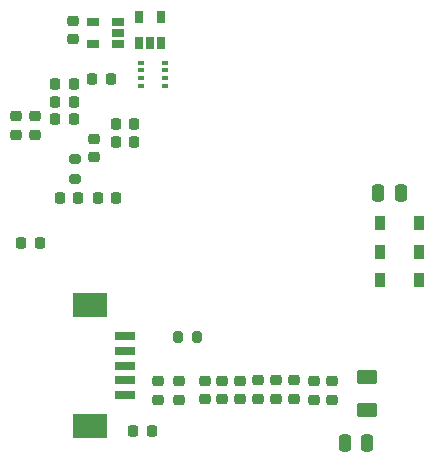
<source format=gbr>
%TF.GenerationSoftware,KiCad,Pcbnew,6.0.7-1.fc35*%
%TF.CreationDate,2022-11-05T20:29:59+01:00*%
%TF.ProjectId,sense_slim,73656e73-655f-4736-9c69-6d2e6b696361,rev?*%
%TF.SameCoordinates,Original*%
%TF.FileFunction,Paste,Top*%
%TF.FilePolarity,Positive*%
%FSLAX46Y46*%
G04 Gerber Fmt 4.6, Leading zero omitted, Abs format (unit mm)*
G04 Created by KiCad (PCBNEW 6.0.7-1.fc35) date 2022-11-05 20:29:59*
%MOMM*%
%LPD*%
G01*
G04 APERTURE LIST*
G04 Aperture macros list*
%AMRoundRect*
0 Rectangle with rounded corners*
0 $1 Rounding radius*
0 $2 $3 $4 $5 $6 $7 $8 $9 X,Y pos of 4 corners*
0 Add a 4 corners polygon primitive as box body*
4,1,4,$2,$3,$4,$5,$6,$7,$8,$9,$2,$3,0*
0 Add four circle primitives for the rounded corners*
1,1,$1+$1,$2,$3*
1,1,$1+$1,$4,$5*
1,1,$1+$1,$6,$7*
1,1,$1+$1,$8,$9*
0 Add four rect primitives between the rounded corners*
20,1,$1+$1,$2,$3,$4,$5,0*
20,1,$1+$1,$4,$5,$6,$7,0*
20,1,$1+$1,$6,$7,$8,$9,0*
20,1,$1+$1,$8,$9,$2,$3,0*%
G04 Aperture macros list end*
%ADD10RoundRect,0.225000X0.225000X0.250000X-0.225000X0.250000X-0.225000X-0.250000X0.225000X-0.250000X0*%
%ADD11RoundRect,0.218750X-0.256250X0.218750X-0.256250X-0.218750X0.256250X-0.218750X0.256250X0.218750X0*%
%ADD12RoundRect,0.218750X0.218750X0.256250X-0.218750X0.256250X-0.218750X-0.256250X0.218750X-0.256250X0*%
%ADD13RoundRect,0.225000X-0.225000X-0.250000X0.225000X-0.250000X0.225000X0.250000X-0.225000X0.250000X0*%
%ADD14R,1.060000X0.650000*%
%ADD15RoundRect,0.200000X-0.275000X0.200000X-0.275000X-0.200000X0.275000X-0.200000X0.275000X0.200000X0*%
%ADD16R,0.900000X1.200000*%
%ADD17RoundRect,0.200000X0.200000X0.275000X-0.200000X0.275000X-0.200000X-0.275000X0.200000X-0.275000X0*%
%ADD18RoundRect,0.218750X-0.218750X-0.256250X0.218750X-0.256250X0.218750X0.256250X-0.218750X0.256250X0*%
%ADD19RoundRect,0.250000X-0.250000X-0.475000X0.250000X-0.475000X0.250000X0.475000X-0.250000X0.475000X0*%
%ADD20R,0.500000X0.350000*%
%ADD21RoundRect,0.218750X0.256250X-0.218750X0.256250X0.218750X-0.256250X0.218750X-0.256250X-0.218750X0*%
%ADD22R,0.650000X1.060000*%
%ADD23RoundRect,0.250000X0.250000X0.475000X-0.250000X0.475000X-0.250000X-0.475000X0.250000X-0.475000X0*%
%ADD24RoundRect,0.250000X0.625000X-0.375000X0.625000X0.375000X-0.625000X0.375000X-0.625000X-0.375000X0*%
%ADD25R,3.000000X2.100000*%
%ADD26R,1.700000X0.800000*%
G04 APERTURE END LIST*
D10*
%TO.C,C25*%
X135117888Y-86111545D03*
X133567888Y-86111545D03*
%TD*%
D11*
%TO.C,R11*%
X131957112Y-81150955D03*
X131957112Y-82725955D03*
%TD*%
D12*
%TO.C,R3*%
X131987500Y-89500000D03*
X130412500Y-89500000D03*
%TD*%
D13*
%TO.C,C29*%
X134045002Y-96188455D03*
X135595002Y-96188455D03*
%TD*%
D12*
%TO.C,C3*%
X137107502Y-89900000D03*
X135532502Y-89900000D03*
%TD*%
D14*
%TO.C,U4*%
X135780000Y-83160000D03*
X135780000Y-82210000D03*
X135780000Y-81260000D03*
X133580000Y-81260000D03*
X133580000Y-83160000D03*
%TD*%
D15*
%TO.C,R22*%
X132070002Y-92863455D03*
X132070002Y-94513455D03*
%TD*%
D11*
%TO.C,C14*%
X150620002Y-111603455D03*
X150620002Y-113178455D03*
%TD*%
D16*
%TO.C,D1*%
X161230002Y-100758455D03*
X157930002Y-100758455D03*
%TD*%
D17*
%TO.C,R15*%
X142435000Y-107910000D03*
X140785000Y-107910000D03*
%TD*%
D11*
%TO.C,C15*%
X152320002Y-111650955D03*
X152320002Y-113225955D03*
%TD*%
%TO.C,C10*%
X144580002Y-111613455D03*
X144580002Y-113188455D03*
%TD*%
D18*
%TO.C,C19*%
X127532502Y-99938455D03*
X129107502Y-99938455D03*
%TD*%
D11*
%TO.C,C12*%
X147600002Y-111603455D03*
X147600002Y-113178455D03*
%TD*%
%TO.C,R6*%
X133707112Y-91150955D03*
X133707112Y-92725955D03*
%TD*%
D19*
%TO.C,C5*%
X154920002Y-116938455D03*
X156820002Y-116938455D03*
%TD*%
D11*
%TO.C,C11*%
X146090002Y-111613455D03*
X146090002Y-113188455D03*
%TD*%
D20*
%TO.C,U1*%
X137675000Y-86663455D03*
X137675000Y-86013455D03*
X137675000Y-85363455D03*
X137675000Y-84713455D03*
X139725000Y-84713455D03*
X139725000Y-85363455D03*
X139725000Y-86013455D03*
X139725000Y-86663455D03*
%TD*%
D11*
%TO.C,R4*%
X140900000Y-111662500D03*
X140900000Y-113237500D03*
%TD*%
D16*
%TO.C,D2*%
X157930002Y-103138455D03*
X161230002Y-103138455D03*
%TD*%
D11*
%TO.C,C16*%
X153820002Y-111650955D03*
X153820002Y-113225955D03*
%TD*%
D12*
%TO.C,C2*%
X131987500Y-88000000D03*
X130412500Y-88000000D03*
%TD*%
D11*
%TO.C,C13*%
X149110002Y-111603455D03*
X149110002Y-113178455D03*
%TD*%
D21*
%TO.C,D4*%
X128750000Y-90787500D03*
X128750000Y-89212500D03*
%TD*%
D22*
%TO.C,U3*%
X137507112Y-83038455D03*
X138457112Y-83038455D03*
X139407112Y-83038455D03*
X139407112Y-80838455D03*
X137507112Y-80838455D03*
%TD*%
D23*
%TO.C,C6*%
X159670002Y-95768455D03*
X157770002Y-95768455D03*
%TD*%
D11*
%TO.C,C9*%
X143070002Y-111613455D03*
X143070002Y-113188455D03*
%TD*%
D12*
%TO.C,C4*%
X137107502Y-91400000D03*
X135532502Y-91400000D03*
%TD*%
D10*
%TO.C,C30*%
X132345002Y-96188455D03*
X130795002Y-96188455D03*
%TD*%
D21*
%TO.C,D5*%
X127100000Y-90787500D03*
X127100000Y-89212500D03*
%TD*%
D24*
%TO.C,L1*%
X156820002Y-114088455D03*
X156820002Y-111288455D03*
%TD*%
D25*
%TO.C,J3*%
X133410000Y-105260000D03*
X133410000Y-115440000D03*
D26*
X136360000Y-107850000D03*
X136360000Y-109100000D03*
X136360000Y-110350000D03*
X136360000Y-111600000D03*
X136360000Y-112850000D03*
%TD*%
D11*
%TO.C,R5*%
X139150000Y-111662500D03*
X139150000Y-113237500D03*
%TD*%
D16*
%TO.C,D3*%
X161220002Y-98248455D03*
X157920002Y-98248455D03*
%TD*%
D12*
%TO.C,C8*%
X138597500Y-115870000D03*
X137022500Y-115870000D03*
%TD*%
D10*
%TO.C,C27*%
X131975000Y-86500000D03*
X130425000Y-86500000D03*
%TD*%
M02*

</source>
